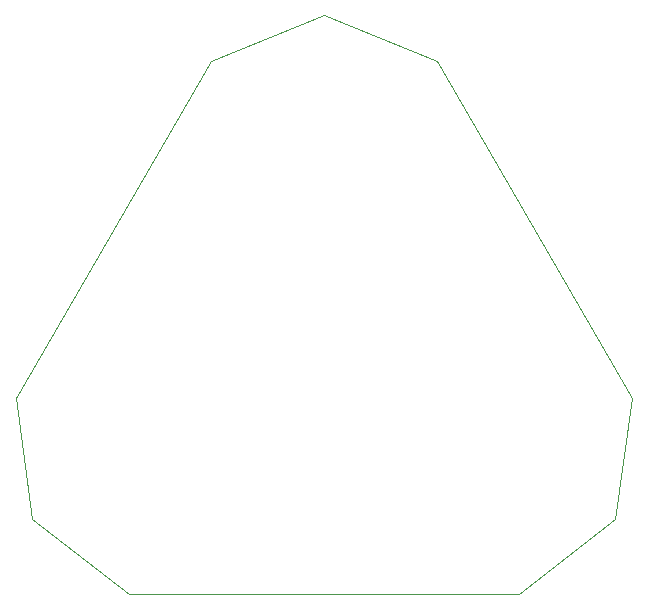
<source format=gbr>
%TF.GenerationSoftware,KiCad,Pcbnew,8.0.2*%
%TF.CreationDate,2024-05-19T19:48:28-04:00*%
%TF.ProjectId,BaseStation,42617365-5374-4617-9469-6f6e2e6b6963,rev?*%
%TF.SameCoordinates,Original*%
%TF.FileFunction,Profile,NP*%
%FSLAX46Y46*%
G04 Gerber Fmt 4.6, Leading zero omitted, Abs format (unit mm)*
G04 Created by KiCad (PCBNEW 8.0.2) date 2024-05-19 19:48:28*
%MOMM*%
%LPD*%
G01*
G04 APERTURE LIST*
%TA.AperFunction,Profile*%
%ADD10C,0.100000*%
%TD*%
G04 APERTURE END LIST*
D10*
X59702299Y-100720805D02*
X92697701Y-100720805D01*
X51537309Y-94396230D02*
X59702299Y-100720805D01*
X85759738Y-55587998D02*
X76200000Y-51679196D01*
X100862691Y-94396230D02*
X102257438Y-84162854D01*
X76200000Y-51679196D02*
X66640262Y-55587998D01*
X66640262Y-55587998D02*
X50142562Y-84162854D01*
X92697701Y-100720805D02*
X100862691Y-94396230D01*
X102257438Y-84162854D02*
X85759738Y-55587998D01*
X50142562Y-84162854D02*
X51537309Y-94396230D01*
M02*

</source>
